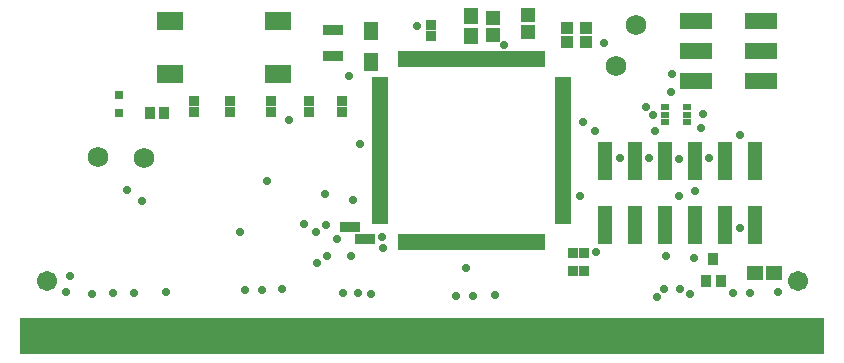
<source format=gts>
G04*
G04 #@! TF.GenerationSoftware,Altium Limited,Altium Designer,20.0.11 (256)*
G04*
G04 Layer_Color=8388736*
%FSLAX25Y25*%
%MOIN*%
G70*
G01*
G75*
%ADD17R,0.03556X0.04343*%
%ADD18R,0.02769X0.02375*%
%ADD19R,0.10800X0.05800*%
%ADD20R,0.03556X0.04147*%
%ADD21R,0.03150X0.03150*%
%ADD22R,0.04737X0.13005*%
%ADD23R,0.05328X0.04934*%
%ADD24R,0.04343X0.03950*%
%ADD25R,0.04934X0.05328*%
%ADD26R,0.04934X0.04540*%
%ADD27R,0.09100X0.06300*%
%ADD28R,0.03398X0.03241*%
%ADD29R,0.03241X0.03398*%
%ADD30R,0.04737X0.06312*%
%ADD31R,0.05524X0.01981*%
%ADD32R,0.01981X0.05524*%
%ADD33R,0.04134X0.11417*%
%ADD34C,0.06902*%
%ADD35C,0.06706*%
%ADD36C,0.02800*%
G36*
X-984Y-984D02*
Y11024D01*
X267126D01*
Y-984D01*
X-984D01*
D02*
G37*
D17*
X230100Y30840D02*
D03*
X232659Y23360D02*
D03*
X227541D02*
D03*
D18*
X213860Y76341D02*
D03*
Y78900D02*
D03*
Y81459D02*
D03*
X221340D02*
D03*
Y78900D02*
D03*
Y76341D02*
D03*
D19*
X245896Y90000D02*
D03*
X224400D02*
D03*
X245896Y100000D02*
D03*
X224400D02*
D03*
X245896Y110000D02*
D03*
X224400D02*
D03*
D20*
X46962Y79600D02*
D03*
X42238D02*
D03*
D21*
X32100Y79447D02*
D03*
Y85353D02*
D03*
D22*
X194000Y42140D02*
D03*
X204000D02*
D03*
X194000Y63400D02*
D03*
X204000D02*
D03*
X214000Y42140D02*
D03*
Y63400D02*
D03*
X224000Y42140D02*
D03*
Y63400D02*
D03*
X234000Y42140D02*
D03*
Y63400D02*
D03*
X244000Y42140D02*
D03*
Y63400D02*
D03*
D23*
X250448Y26000D02*
D03*
X243952D02*
D03*
D24*
X181252Y103039D02*
D03*
X187748D02*
D03*
X181252Y107961D02*
D03*
X187748D02*
D03*
D25*
X149300Y105252D02*
D03*
Y111748D02*
D03*
D26*
X168200Y106446D02*
D03*
Y112154D02*
D03*
X156600Y105446D02*
D03*
Y111154D02*
D03*
D27*
X48979Y92528D02*
D03*
X84879D02*
D03*
X48979Y110228D02*
D03*
X84879D02*
D03*
D28*
X107268Y41500D02*
D03*
X110732D02*
D03*
X112168Y37400D02*
D03*
X115632D02*
D03*
X183468Y32800D02*
D03*
X186932D02*
D03*
X101614Y98425D02*
D03*
X105079D02*
D03*
X101614Y107283D02*
D03*
X105079D02*
D03*
X186932Y26800D02*
D03*
X183468D02*
D03*
D29*
X68898Y79961D02*
D03*
Y83425D02*
D03*
X82677Y79961D02*
D03*
Y83425D02*
D03*
X95472Y79961D02*
D03*
Y83425D02*
D03*
X106299Y79961D02*
D03*
Y83425D02*
D03*
X57087Y79961D02*
D03*
Y83425D02*
D03*
X136000Y105268D02*
D03*
Y108732D02*
D03*
D30*
X116100Y96482D02*
D03*
Y106718D02*
D03*
D31*
X180012Y90622D02*
D03*
Y88653D02*
D03*
Y86685D02*
D03*
Y84716D02*
D03*
Y82748D02*
D03*
Y80779D02*
D03*
Y78811D02*
D03*
Y76842D02*
D03*
Y74874D02*
D03*
Y72905D02*
D03*
Y70937D02*
D03*
Y68968D02*
D03*
Y67000D02*
D03*
Y65031D02*
D03*
Y63063D02*
D03*
Y61094D02*
D03*
Y59126D02*
D03*
Y57157D02*
D03*
Y55189D02*
D03*
Y53220D02*
D03*
Y51252D02*
D03*
Y49283D02*
D03*
Y47315D02*
D03*
Y45347D02*
D03*
Y43378D02*
D03*
X118988D02*
D03*
Y45346D02*
D03*
Y47315D02*
D03*
Y49283D02*
D03*
Y51252D02*
D03*
Y53220D02*
D03*
Y55189D02*
D03*
Y57157D02*
D03*
Y59126D02*
D03*
Y61094D02*
D03*
Y63063D02*
D03*
Y65031D02*
D03*
Y67000D02*
D03*
Y68968D02*
D03*
Y70937D02*
D03*
Y72905D02*
D03*
Y74874D02*
D03*
Y76842D02*
D03*
Y78811D02*
D03*
Y80779D02*
D03*
Y82748D02*
D03*
Y84716D02*
D03*
Y86685D02*
D03*
Y88653D02*
D03*
Y90622D02*
D03*
D32*
X173122Y36488D02*
D03*
X171153D02*
D03*
X169185D02*
D03*
X167217D02*
D03*
X165248D02*
D03*
X163279D02*
D03*
X161311D02*
D03*
X159343D02*
D03*
X157374D02*
D03*
X155405D02*
D03*
X153437D02*
D03*
X151469Y36488D02*
D03*
X149500D02*
D03*
X147531D02*
D03*
X145563Y36488D02*
D03*
X143595D02*
D03*
X141626D02*
D03*
X139657D02*
D03*
X137689D02*
D03*
X135721Y36488D02*
D03*
X133752D02*
D03*
X131783Y36488D02*
D03*
X129815D02*
D03*
X127847D02*
D03*
X125878D02*
D03*
Y97512D02*
D03*
X127847Y97512D02*
D03*
X129815D02*
D03*
X131783D02*
D03*
X133752Y97512D02*
D03*
X135721D02*
D03*
X137689D02*
D03*
X139657D02*
D03*
X141626D02*
D03*
X143595D02*
D03*
X145563D02*
D03*
X147531D02*
D03*
X149500D02*
D03*
X151469D02*
D03*
X153437Y97512D02*
D03*
X155405D02*
D03*
X157374D02*
D03*
X159343Y97512D02*
D03*
X161311D02*
D03*
X163279D02*
D03*
X165248D02*
D03*
X167217D02*
D03*
X169185Y97512D02*
D03*
X171153D02*
D03*
X173122Y97512D02*
D03*
D33*
X8465Y5512D02*
D03*
X10827D02*
D03*
X13189D02*
D03*
X15551D02*
D03*
X17913D02*
D03*
X20276D02*
D03*
X22638D02*
D03*
X25000D02*
D03*
X27362D02*
D03*
X29724D02*
D03*
X32087D02*
D03*
X34449D02*
D03*
X36811D02*
D03*
X39173D02*
D03*
X41535D02*
D03*
X43898D02*
D03*
X46260D02*
D03*
X48622D02*
D03*
X50984D02*
D03*
X53347D02*
D03*
X69882D02*
D03*
X72244D02*
D03*
X74606D02*
D03*
X76968D02*
D03*
X79331D02*
D03*
X81693D02*
D03*
X84055D02*
D03*
X86417D02*
D03*
X88779D02*
D03*
X91142D02*
D03*
X93504D02*
D03*
X95866D02*
D03*
X98228D02*
D03*
X100591D02*
D03*
X102953D02*
D03*
X105315D02*
D03*
X107677D02*
D03*
X110039D02*
D03*
X112402D02*
D03*
X114764D02*
D03*
X117126D02*
D03*
X119488D02*
D03*
X121850D02*
D03*
X124213D02*
D03*
X126575D02*
D03*
X128937D02*
D03*
X131299D02*
D03*
X133661D02*
D03*
X136024D02*
D03*
X138386D02*
D03*
X140748D02*
D03*
X143110D02*
D03*
X145473D02*
D03*
X147835D02*
D03*
X150197D02*
D03*
X152559D02*
D03*
X154921D02*
D03*
X157283D02*
D03*
X159646D02*
D03*
X162008D02*
D03*
X164370D02*
D03*
X166732D02*
D03*
X169095D02*
D03*
X171457D02*
D03*
X173819D02*
D03*
X176181D02*
D03*
X178543D02*
D03*
X180905D02*
D03*
X183268D02*
D03*
X185630D02*
D03*
X187992D02*
D03*
X190354D02*
D03*
X192717D02*
D03*
X195079D02*
D03*
X197441D02*
D03*
X199803D02*
D03*
X202165D02*
D03*
X204528D02*
D03*
X206890D02*
D03*
X209252D02*
D03*
X211614D02*
D03*
X213976D02*
D03*
X216339D02*
D03*
X218701D02*
D03*
X221063D02*
D03*
X223425D02*
D03*
X225787D02*
D03*
X228150D02*
D03*
X230512D02*
D03*
X232874D02*
D03*
X235236D02*
D03*
X237598D02*
D03*
X239961D02*
D03*
X242323D02*
D03*
X244685D02*
D03*
X247047D02*
D03*
X249410D02*
D03*
X251772D02*
D03*
X254134D02*
D03*
X256496D02*
D03*
D34*
X25000Y64900D02*
D03*
X40400Y64400D02*
D03*
X204400Y108700D02*
D03*
X197800Y95100D02*
D03*
D35*
X7874Y23622D02*
D03*
X258268D02*
D03*
D36*
X39700Y50100D02*
D03*
X34700Y53700D02*
D03*
X223600Y31200D02*
D03*
X238900Y41000D02*
D03*
X215900Y86500D02*
D03*
X216370Y92600D02*
D03*
X225900Y74500D02*
D03*
X228800Y64300D02*
D03*
X210500Y73600D02*
D03*
X218500Y64200D02*
D03*
X209900Y78800D02*
D03*
X208600Y64300D02*
D03*
X207600Y81400D02*
D03*
X198900Y64500D02*
D03*
X226600Y79000D02*
D03*
X239100Y72200D02*
D03*
X224000Y53300D02*
D03*
X213600Y20800D02*
D03*
X211200Y18100D02*
D03*
X72200Y39800D02*
D03*
X218500Y51700D02*
D03*
X214300Y31700D02*
D03*
X185500Y51700D02*
D03*
X251600Y19800D02*
D03*
X242200Y19600D02*
D03*
X236800Y19500D02*
D03*
X222200Y19100D02*
D03*
X157300Y18700D02*
D03*
X150100Y18500D02*
D03*
X144200Y18300D02*
D03*
X106500Y19350D02*
D03*
X111600Y19400D02*
D03*
X86400Y20800D02*
D03*
X47600Y19954D02*
D03*
X73900Y20400D02*
D03*
X37000Y19600D02*
D03*
X30100Y19400D02*
D03*
X22900Y19200D02*
D03*
X191000Y33000D02*
D03*
X108600Y91900D02*
D03*
X131400Y108500D02*
D03*
X160300Y102200D02*
D03*
X97800Y39700D02*
D03*
X119600Y38000D02*
D03*
X193500Y102900D02*
D03*
X190600Y73500D02*
D03*
X186700Y76500D02*
D03*
X14400Y19700D02*
D03*
X15800Y25200D02*
D03*
X81400Y56900D02*
D03*
X112200Y69000D02*
D03*
X88800Y77000D02*
D03*
X104500Y37300D02*
D03*
X219100Y20800D02*
D03*
X147500Y27900D02*
D03*
X116000Y19291D02*
D03*
X109200Y31800D02*
D03*
X98000Y29600D02*
D03*
X101200Y31900D02*
D03*
X119900Y34300D02*
D03*
X101000Y42000D02*
D03*
X93500Y42500D02*
D03*
X100500Y52500D02*
D03*
X110000Y50500D02*
D03*
X79500Y20500D02*
D03*
M02*

</source>
